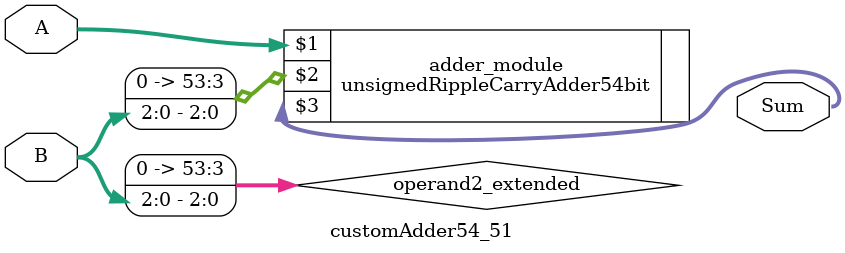
<source format=v>
module customAdder54_51(
                        input [53 : 0] A,
                        input [2 : 0] B,
                        
                        output [54 : 0] Sum
                );

        wire [53 : 0] operand2_extended;
        
        assign operand2_extended =  {51'b0, B};
        
        unsignedRippleCarryAdder54bit adder_module(
            A,
            operand2_extended,
            Sum
        );
        
        endmodule
        
</source>
